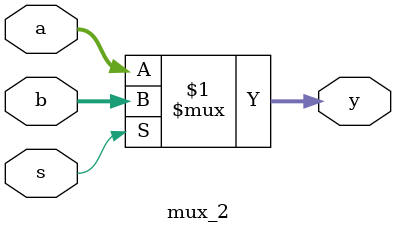
<source format=v>
module mux_2(a,b,s,y);
	input [15:0] a,b;
	output [15:0]y;
	input s;
	
	assign y = (s)? b:a; //when s=1 y=b;when s=0 y=a 
	
	
	
endmodule
</source>
